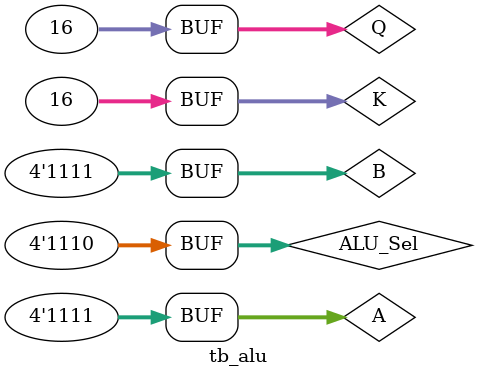
<source format=v>
`timescale 1ns / 1ps
module tb_alu();
reg[3:0] A,B;
reg[3:0] ALU_Sel;
wire[3:0] ALU_Out;
wire CarryOut;
integer Q,K;

alu_fixed uut(
.A(A), 
.B(B),
.ALU_Sel(ALU_Sel),
.ALU_Out(ALU_Out),
.CarryOut(CarryOut));


initial begin
#20;
ALU_Sel = 4'b0000;
        for (Q=0; Q<16; Q=Q+1)begin
            A = Q;
            for (K=0; K<16; K=K+1)begin
                B=K;
                #1;
             end
         end
#20;
ALU_Sel = 4'b0010;
        for (Q=0; Q<16; Q=Q+1)begin
            A = Q;
            for (K=0; K<16; K=K+1)begin
                B=K;
                #1;
             end
         end
#20;
ALU_Sel = 4'b0100;
        for (Q=0; Q<16; Q=Q+1)begin
            A = Q;
            for (K=0; K<16; K=K+1)begin
                B=K;
                #1;
             end
         end
#20;
ALU_Sel = 4'b0111;
        for (Q=0; Q<16; Q=Q+1)begin
            A = Q;
            for (K=0; K<16; K=K+1)begin
                B=K;
                #1;
             end
         end
#20;
ALU_Sel = 4'b1000;
        for (Q=0; Q<16; Q=Q+1)begin
            A = Q;
            for (K=0; K<16; K=K+1)begin
                B=K;
                #1;
             end
         end
#20;
 ALU_Sel = 4'b1110;
        for (Q=0; Q<16; Q=Q+1)begin
            A = Q;
            for (K=0; K<16; K=K+1)begin
                B=K;
                #1;
             end
         end    
    
end  
endmodule

</source>
